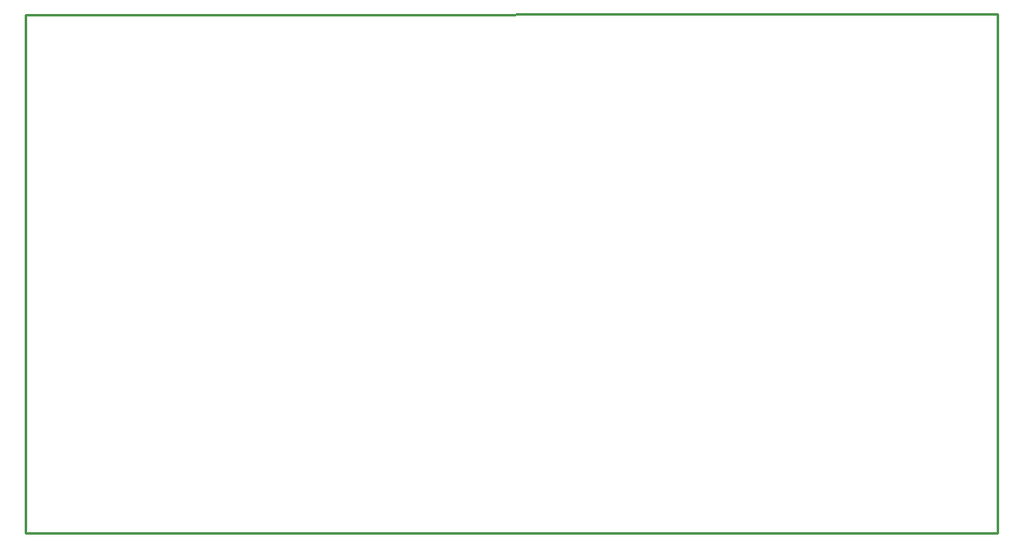
<source format=gbr>
G04 EAGLE Gerber RS-274X export*
G75*
%MOMM*%
%FSLAX34Y34*%
%LPD*%
%IN*%
%IPPOS*%
%AMOC8*
5,1,8,0,0,1.08239X$1,22.5*%
G01*
%ADD10C,0.254000*%


D10*
X0Y0D02*
X1000000Y0D01*
X1000000Y533650D01*
X0Y533400D01*
X0Y0D01*
M02*

</source>
